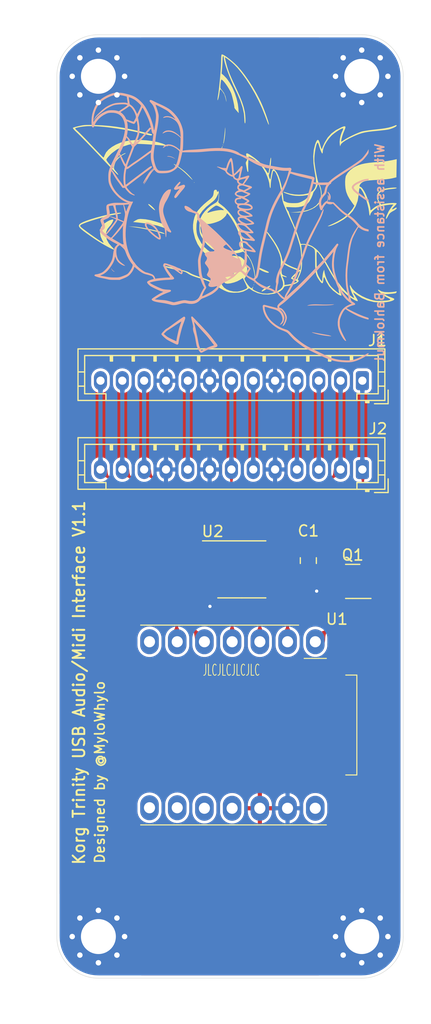
<source format=kicad_pcb>
(kicad_pcb (version 20211014) (generator pcbnew)
  (title_block (rev "1"))
  (layers (0 "F.Cu" signal "Front") (31 "B.Cu" signal "Back") (36 "B.SilkS" user "B.Silkscreen") (37 "F.SilkS" user "F.Silkscreen") (38 "B.Mask" user) (39 "F.Mask" user) (44 "Edge.Cuts" user))
  (net 0 "")
  (net 1 "GND")
  (net 2 "+3V3")
  (net 3 "MIDI")
  (net 4 "MIDO")
  (net 5 "PSW2")
  (net 6 "PSW1")
  (net 7 "PVOL")
  (net 8 "SD34")
  (net 9 "OFS")
  (net 10 "SD12")
  (net 11 "LR")
  (net 12 "BCK")
  (net 13 "MIDI_3V3")
  (net 14 "BCK_3V3")
  (net 15 "SD12_3V3")
  (net 16 "SD34_3V3")
  (net 17 "LR_3V3")
  (net 20 "MIDO_3V3")
  (footprint "MountingHole:MountingHole_3.2mm_M3_Pad_Via" (layer "F.Cu") (at 142.24 138.43)
    (fp_text reference "H1" hide)
    (fp_text value "MountingHole_Pad")
    (pad "1" thru_hole circle (at -2.4 0) (size 0.8 0.8) (drill 0.5) (layers *.Cu *.Mask) (net 1 "GND"))
    (pad "1" thru_hole circle (at -1.697056 -1.697056) (size 0.8 0.8) (drill 0.5) (layers *.Cu *.Mask) (net 1 "GND"))
    (pad "1" thru_hole circle (at 0 -2.4) (size 0.8 0.8) (drill 0.5) (layers *.Cu *.Mask) (net 1 "GND"))
    (pad "1" thru_hole circle (at 0 2.4) (size 0.8 0.8) (drill 0.5) (layers *.Cu *.Mask) (net 1 "GND"))
    (pad "1" thru_hole circle (at 2.4 0) (size 0.8 0.8) (drill 0.5) (layers *.Cu *.Mask) (net 1 "GND"))
    (pad "1" thru_hole circle (at 1.697056 1.697056) (size 0.8 0.8) (drill 0.5) (layers *.Cu *.Mask) (net 1 "GND"))
    (pad "1" thru_hole circle (at -1.697056 1.697056) (size 0.8 0.8) (drill 0.5) (layers *.Cu *.Mask) (net 1 "GND"))
    (pad "1" thru_hole circle (at 0 0) (size 6.4 6.4) (drill 3.2) (layers *.Cu *.Mask) (net 1 "GND"))
    (pad "1" thru_hole circle (at 1.697056 -1.697056) (size 0.8 0.8) (drill 0.5) (layers *.Cu *.Mask) (net 1 "GND"))
  )
  (footprint "MountingHole:MountingHole_3.2mm_M3_Pad_Via" (layer "F.Cu") (at 118.11 59.69)
    (fp_text reference "H2" hide)
    (fp_text value "MountingHole_Pad")
    (pad "1" thru_hole circle (at 1.697056 -1.697056) (size 0.8 0.8) (drill 0.5) (layers *.Cu *.Mask) (net 1 "GND"))
    (pad "1" thru_hole circle (at 2.4 0) (size 0.8 0.8) (drill 0.5) (layers *.Cu *.Mask) (net 1 "GND"))
    (pad "1" thru_hole circle (at 0 0) (size 6.4 6.4) (drill 3.2) (layers *.Cu *.Mask) (net 1 "GND"))
    (pad "1" thru_hole circle (at 0 -2.4) (size 0.8 0.8) (drill 0.5) (layers *.Cu *.Mask) (net 1 "GND"))
    (pad "1" thru_hole circle (at -1.697056 -1.697056) (size 0.8 0.8) (drill 0.5) (layers *.Cu *.Mask) (net 1 "GND"))
    (pad "1" thru_hole circle (at 1.697056 1.697056) (size 0.8 0.8) (drill 0.5) (layers *.Cu *.Mask) (net 1 "GND"))
    (pad "1" thru_hole circle (at 0 2.4) (size 0.8 0.8) (drill 0.5) (layers *.Cu *.Mask) (net 1 "GND"))
    (pad "1" thru_hole circle (at -2.4 0) (size 0.8 0.8) (drill 0.5) (layers *.Cu *.Mask) (net 1 "GND"))
    (pad "1" thru_hole circle (at -1.697056 1.697056) (size 0.8 0.8) (drill 0.5) (layers *.Cu *.Mask) (net 1 "GND"))
  )
  (footprint "MCU_RaspberryPi_and_Boards:Adafruit QT-Py RP2040-ThroughHole" (layer "F.Cu") (at 140.524 119.0665 -90)
    (fp_text reference "U1" (at -9.6901 0.5588 unlocked) (layer "F.SilkS"))
    (fp_text value "Adafruit_QT-Py_RP2040")
    (pad "1" thru_hole oval (at -7.621597 2.536006 270) (size 2.286 1.7) (drill 1.016) (layers *.Cu *.Mask) (net 13 "MIDI_3V3"))
    (pad "2" thru_hole oval (at -7.621597 5.076805 270) (size 2.286 1.7) (drill 1.016) (layers *.Cu *.Mask) (net 20 "MIDO_3V3"))
    (pad "3" thru_hole oval (at -7.621597 7.617603 270) (size 2.286 1.7) (drill 1.016) (layers *.Cu *.Mask) (net 16 "SD34_3V3"))
    (pad "4" thru_hole oval (at -7.621597 10.158402 270) (size 2.286 1.7) (drill 1.016) (layers *.Cu *.Mask) (net 15 "SD12_3V3"))
    (pad "5" thru_hole oval (at -7.621597 12.699201 270) (size 2.286 1.7) (drill 1.016) (layers *.Cu *.Mask) (net 17 "LR_3V3"))
    (pad "6" thru_hole oval (at -7.621597 15.19018 270) (size 2.286 1.7) (drill 1.016) (layers *.Cu *.Mask) (net 14 "BCK_3V3"))
    (pad "7" thru_hole oval (at -7.621597 17.730979 270) (size 2.286 1.7) (drill 1.016) (layers *.Cu *.Mask))
    (pad "8" thru_hole oval (at 7.573375 17.730979 270) (size 2.286 1.7) (drill 1.016) (layers *.Cu *.Mask))
    (pad "9" thru_hole oval (at 7.573375 15.19018 270) (size 2.286 1.7) (drill 1.016) (layers *.Cu *.Mask))
    (pad "10" thru_hole oval (at 7.62 12.7 270) (size 2.286 1.7) (drill 1.016) (layers *.Cu *.Mask))
    (pad "11" thru_hole oval (at 7.62 10.16 270) (size 2.286 1.7) (drill 1.016) (layers *.Cu *.Mask))
    (pad "12" thru_hole oval (at 7.62 7.62 270) (size 2.286 1.7) (drill 1.016) (layers *.Cu *.Mask) (net 2 "+3V3"))
    (pad "13" thru_hole oval (at 7.62 5.08 270) (size 2.286 1.7) (drill 1.016) (layers *.Cu *.Mask) (net 1 "GND"))
    (pad "14" thru_hole oval (at 7.62 2.54 270) (size 2.286 1.7) (drill 1.016) (layers *.Cu *.Mask))
  )
  (footprint "LOGO" (layer "F.Cu") (at 130.175 70.485 90)
    (fp_text reference "G***" hide)
    (fp_text value "LOGO" hide)
  )
  (footprint "Connector_JST:JST_PH_B13B-PH-K_1x13_P2.00mm_Vertical" (layer "F.Cu") (at 142.302 95.677 180)
    (fp_text reference "J2" (at -1.4224 3.725) (layer "F.SilkS"))
    (fp_text value "Conn_01x13_Male")
    (pad "1" thru_hole roundrect (at 0 0 180) (size 1.2 1.75) (drill 0.75) (layers *.Cu *.Mask) (roundrect_rratio 0.2083333333) (net 3 "MIDI"))
    (pad "2" thru_hole oval (at 2 0 180) (size 1.2 1.75) (drill 0.75) (layers *.Cu *.Mask) (net 4 "MIDO"))
    (pad "3" thru_hole oval (at 4 0 180) (size 1.2 1.75) (drill 0.75) (layers *.Cu *.Mask) (net 5 "PSW2"))
    (pad "4" thru_hole oval (at 6 0 180) (size 1.2 1.75) (drill 0.75) (layers *.Cu *.Mask) (net 6 "PSW1"))
    (pad "5" thru_hole oval (at 8 0 180) (size 1.2 1.75) (drill 0.75) (layers *.Cu *.Mask) (net 1 "GND"))
    (pad "6" thru_hole oval (at 10 0 180) (size 1.2 1.75) (drill 0.75) (layers *.Cu *.Mask) (net 7 "PVOL"))
    (pad "7" thru_hole oval (at 12 0 180) (size 1.2 1.75) (drill 0.75) (layers *.Cu *.Mask) (net 8 "SD34"))
    (pad "8" thru_hole oval (at 14 0 180) (size 1.2 1.75) (drill 0.75) (layers *.Cu *.Mask) (net 1 "GND"))
    (pad "9" thru_hole oval (at 16 0 180) (size 1.2 1.75) (drill 0.75) (layers *.Cu *.Mask) (net 9 "OFS"))
    (pad "10" thru_hole oval (at 18 0 180) (size 1.2 1.75) (drill 0.75) (layers *.Cu *.Mask) (net 1 "GND"))
    (pad "11" thru_hole oval (at 20 0 180) (size 1.2 1.75) (drill 0.75) (layers *.Cu *.Mask) (net 10 "SD12"))
    (pad "12" thru_hole oval (at 22 0 180) (size 1.2 1.75) (drill 0.75) (layers *.Cu *.Mask) (net 11 "LR"))
    (pad "13" thru_hole oval (at 24 0 180) (size 1.2 1.75) (drill 0.75) (layers *.Cu *.Mask) (net 12 "BCK"))
  )
  (footprint "Package_SO:TSSOP-14_4.4x5mm_P0.65mm" (layer "F.Cu") (at 131.253 104.821)
    (fp_text reference "U2" (at -2.667 -3.471) (layer "F.SilkS"))
    (fp_text value "MC74VHCT50A")
    (pad "1" smd roundrect (at -2.8625 -1.95) (size 1.475 0.4) (layers "F.Cu" "F.Paste" "F.Mask") (net 12 "BCK"))
    (pad "2" smd roundrect (at -2.8625 -1.3) (size 1.475 0.4) (layers "F.Cu" "F.Paste" "F.Mask") (net 14 "BCK_3V3"))
    (pad "3" smd roundrect (at -2.8625 -0.65) (size 1.475 0.4) (layers "F.Cu" "F.Paste" "F.Mask") (net 11 "LR"))
    (pad "4" smd roundrect (at -2.8625 0) (size 1.475 0.4) (layers "F.Cu" "F.Paste" "F.Mask") (net 17 "LR_3V3"))
    (pad "5" smd roundrect (at -2.8625 0.65) (size 1.475 0.4) (layers "F.Cu" "F.Paste" "F.Mask") (net 10 "SD12"))
    (pad "6" smd roundrect (at -2.8625 1.3) (size 1.475 0.4) (layers "F.Cu" "F.Paste" "F.Mask") (net 15 "SD12_3V3"))
    (pad "7" smd roundrect (at -2.8625 1.95) (size 1.475 0.4) (layers "F.Cu" "F.Paste" "F.Mask") (net 1 "GND"))
    (pad "8" smd roundrect (at 2.8625 1.95) (size 1.475 0.4) (layers "F.Cu" "F.Paste" "F.Mask") (net 16 "SD34_3V3"))
    (pad "9" smd roundrect (at 2.8625 1.3) (size 1.475 0.4) (layers "F.Cu" "F.Paste" "F.Mask") (net 8 "SD34"))
    (pad "10" smd roundrect (at 2.8625 0.65) (size 1.475 0.4) (layers "F.Cu" "F.Paste" "F.Mask") (net 20 "MIDO_3V3"))
    (pad "11" smd roundrect (at 2.8625 0) (size 1.475 0.4) (layers "F.Cu" "F.Paste" "F.Mask") (net 4 "MIDO"))
    (pad "12" smd roundrect (at 2.8625 -0.65) (size 1.475 0.4) (layers "F.Cu" "F.Paste" "F.Mask"))
    (pad "13" smd roundrect (at 2.8625 -1.3) (size 1.475 0.4) (layers "F.Cu" "F.Paste" "F.Mask"))
    (pad "14" smd roundrect (at 2.8625 -1.95) (size 1.475 0.4) (layers "F.Cu" "F.Paste" "F.Mask") (net 2 "+3V3"))
  )
  (footprint "MountingHole:MountingHole_3.2mm_M3_Pad_Via" (layer "F.Cu") (at 142.24 59.69)
    (fp_text reference "H3" hide)
    (fp_text value "MountingHole_Pad")
    (pad "1" thru_hole circle (at 0 -2.4) (size 0.8 0.8) (drill 0.5) (layers *.Cu *.Mask) (net 1 "GND"))
    (pad "1" thru_hole circle (at 0 0) (size 6.4 6.4) (drill 3.2) (layers *.Cu *.Mask) (net 1 "GND"))
    (pad "1" thru_hole circle (at 1.697056 1.697056) (size 0.8 0.8) (drill 0.5) (layers *.Cu *.Mask) (net 1 "GND"))
    (pad "1" thru_hole circle (at 2.4 0) (size 0.8 0.8) (drill 0.5) (layers *.Cu *.Mask) (net 1 "GND"))
    (pad "1" thru_hole circle (at -2.4 0) (size 0.8 0.8) (drill 0.5) (layers *.Cu *.Mask) (net 1 "GND"))
    (pad "1" thru_hole circle (at -1.697056 1.697056) (size 0.8 0.8) (drill 0.5) (layers *.Cu *.Mask) (net 1 "GND"))
    (pad "1" thru_hole circle (at -1.697056 -1.697056) (size 0.8 0.8) (drill 0.5) (layers *.Cu *.Mask) (net 1 "GND"))
    (pad "1" thru_hole circle (at 1.697056 -1.697056) (size 0.8 0.8) (drill 0.5) (layers *.Cu *.Mask) (net 1 "GND"))
    (pad "1" thru_hole circle (at 0 2.4) (size 0.8 0.8) (drill 0.5) (layers *.Cu *.Mask) (net 1 "GND"))
  )
  (footprint "Capacitor_SMD:C_0805_2012Metric_Pad1.18x1.45mm_HandSolder" (layer "F.Cu") (at 137.349 104.017 -90)
    (fp_text reference "C1" (at -2.7178 0) (layer "F.SilkS"))
    (fp_text value "100n")
    (pad "1" smd roundrect (at -1.0375 0 270) (size 1.175 1.45) (layers "F.Cu" "F.Paste" "F.Mask") (roundrect_rratio 0.2127659574) (net 2 "+3V3"))
    (pad "2" smd roundrect (at 1.0375 0 270) (size 1.175 1.45) (layers "F.Cu" "F.Paste" "F.Mask") (roundrect_rratio 0.2127659574) (net 1 "GND"))
  )
  (footprint "LOGO" (layer "F.Cu") (at 130.175 70.485 90)
    (fp_text reference "G***" hide)
    (fp_text value "LOGO" hide)
  )
  (footprint "Package_TO_SOT_SMD:SOT-23" (layer "F.Cu") (at 141.413 105.922 180)
    (fp_text reference "Q1" (at 0 2.413) (layer "F.SilkS"))
    (fp_text value "2N7002")
    (pad "1" smd roundrect (at -0.9375 -0.95 180) (size 1.475 0.6) (layers "F.Cu" "F.Paste" "F.Mask") (net 13 "MIDI_3V3"))
    (pad "2" smd roundrect (at -0.9375 0.95 180) (size 1.475 0.6) (layers "F.Cu" "F.Paste" "F.Mask") (net 3 "MIDI"))
    (pad "3" smd roundrect (at 0.9375 0 180) (size 1.475 0.6) (layers "F.Cu" "F.Paste" "F.Mask") (net 1 "GND"))
  )
  (footprint "MountingHole:MountingHole_3.2mm_M3_Pad_Via" (layer "F.Cu") (at 118.11 138.43)
    (fp_text reference "H4" hide)
    (fp_text value "MountingHole_Pad")
    (pad "1" thru_hole circle (at -1.697056 -1.697056) (size 0.8 0.8) (drill 0.5) (layers *.Cu *.Mask) (net 1 "GND"))
    (pad "1" thru_hole circle (at -2.4 0) (size 0.8 0.8) (drill 0.5) (layers *.Cu *.Mask) (net 1 "GND"))
    (pad "1" thru_hole circle (at 1.697056 -1.697056) (size 0.8 0.8) (drill 0.5) (layers *.Cu *.Mask) (net 1 "GND"))
    (pad "1" thru_hole circle (at 2.4 0) (size 0.8 0.8) (drill 0.5) (layers *.Cu *.Mask) (net 1 "GND"))
    (pad "1" thru_hole circle (at 0 -2.4) (size 0.8 0.8) (drill 0.5) (layers *.Cu *.Mask) (net 1 "GND"))
    (pad "1" thru_hole circle (at 0 2.4) (size 0.8 0.8) (drill 0.5) (layers *.Cu *.Mask) (net 1 "GND"))
    (pad "1" thru_hole circle (at 1.697056 1.697056) (size 0.8 0.8) (drill 0.5) (layers *.Cu *.Mask) (net 1 "GND"))
    (pad "1" thru_hole circle (at -1.697056 1.697056) (size 0.8 0.8) (drill 0.5) (layers *.Cu *.Mask) (net 1 "GND"))
    (pad "1" thru_hole circle (at 0 0) (size 6.4 6.4) (drill 3.2) (layers *.Cu *.Mask) (net 1 "GND"))
  )
  (footprint "Connector_JST:JST_PH_B13B-PH-K_1x13_P2.00mm_Vertical" (layer "F.Cu") (at 142.302 87.549 180)
    (fp_text reference "J1" (at -1.3716 3.6742) (layer "F.SilkS"))
    (fp_text value "Conn_01x13_Male")
    (pad "1" thru_hole roundrect (at 0 0 180) (size 1.2 1.75) (drill 0.75) (layers *.Cu *.Mask) (roundrect_rratio 0.2083333333) (net 3 "MIDI"))
    (pad "2" thru_hole oval (at 2 0 180) (size 1.2 1.75) (drill 0.75) (layers *.Cu *.Mask) (net 4 "MIDO"))
    (pad "3" thru_hole oval (at 4 0 180) (size 1.2 1.75) (drill 0.75) (layers *.Cu *.Mask) (net 5 "PSW2"))
    (pad "4" thru_hole oval (at 6 0 180) (size 1.2 1.75) (drill 0.75) (layers *.Cu *.Mask) (net 6 "PSW1"))
    (pad "5" thru_hole oval (at 8 0 180) (size 1.2 1.75) (drill 0.75) (layers *.Cu *.Mask) (net 1 "GND"))
    (pad "6" thru_hole oval (at 10 0 180) (size 1.2 1.75) (drill 0.75) (layers *.Cu *.Mask) (net 7 "PVOL"))
    (pad "7" thru_hole oval (at 12 0 180) (size 1.2 1.75) (drill 0.75) (layers *.Cu *.Mask) (net 8 "SD34"))
    (pad "8" thru_hole oval (at 14 0 180) (size 1.2 1.75) (drill 0.75) (layers *.Cu *.Mask) (net 1 "GND"))
    (pad "9" thru_hole oval (at 16 0 180) (size 1.2 1.75) (drill 0.75) (layers *.Cu *.Mask) (net 9 "OFS"))
    (pad "10" thru_hole oval (at 18 0 180) (size 1.2 1.75) (drill 0.75) (layers *.Cu *.Mask) (net 1 "GND"))
    (pad "11" thru_hole oval (at 20 0 180) (size 1.2 1.75) (drill 0.75) (layers *.Cu *.Mask) (net 10 "SD12"))
    (pad "12" thru_hole oval (at 22 0 180) (size 1.2 1.75) (drill 0.75) (layers *.Cu *.Mask) (net 11 "LR"))
    (pad "13" thru_hole oval (at 24 0 180) (size 1.2 1.75) (drill 0.75) (layers *.Cu *.Mask) (net 12 "BCK"))
  )
  (footprint "LOGO" (layer "B.Cu") (at 130.175 73.882016 -90)
    (fp_text reference "G***" hide)
    (fp_text value "LOGO" hide)
  )
  (gr_arc (start 142.24 55.88) (mid 144.934077 56.995923) (end 146.05 59.69) (layer "Edge.Cuts") (width 0.0381))
  (gr_line (start 142.24 142.24) (end 118.11 142.24) (layer "Edge.Cuts") (width 0.0381))
  (gr_arc (start 114.3 59.69) (mid 115.415923 56.995923) (end 118.11 55.88) (layer "Edge.Cuts") (width 0.0381))
  (gr_line (start 114.3 138.43) (end 114.3 59.69) (layer "Edge.Cuts") (width 0.0381))
  (gr_arc (start 118.11 142.24) (mid 115.415923 141.124077) (end 114.3 138.43) (layer "Edge.Cuts") (width 0.0381))
  (gr_line (start 118.11 55.88) (end 142.24 55.88) (layer "Edge.Cuts") (width 0.0381))
  (gr_line (start 146.05 59.69) (end 146.05 138.43) (layer "Edge.Cuts") (width 0.0381))
  (gr_arc (start 146.05 138.43) (mid 144.934077 141.124077) (end 142.24 142.24) (layer "Edge.Cuts") (width 0.0381))
  (gr_text "With assistance from Bahlokmul" (at 143.891 75.819 90) (layer "B.SilkS") (effects (font (size 0.8128 0.8128) (thickness 0.1524)) (justify mirror)))
  (gr_text "Korg Trinity USB Audio/Midi Interface V1.1" (at 116.332 131.953 90) (layer "F.SilkS") (effects (font (size 1.0668 1.016) (thickness 0.1778)) (justify left)))
  (gr_text "JLCJLCJLCJLC" (at 130.302 114.046) (layer "F.SilkS") (effects (font (size 1.016 0.508) (thickness 0.0762))))
  (gr_text "Designed by @MyloWhylo" (at 118.237 131.826 90) (layer "F.SilkS") (effects (font (size 0.889 0.889) (thickness 0.1524)) (justify left)))
  (segment (start 128.3905 106.771) (end 128.3905 108.1495) (width 0.2032) (layer "F.Cu") (net 1))
  (segment (start 137.349 105.0545) (end 137.349 106.049) (width 0.2032) (layer "F.Cu") (net 1))
  (segment (start 137.349 106.049) (end 138.111 106.811) (width 0.2032) (layer "F.Cu") (net 1))
  (segment (start 140.4755 105.922) (end 139 105.922) (width 0.2032) (layer "F.Cu") (net 1))
  (segment (start 128.3905 108.1495) (end 128.332 108.208) (width 0.2032) (layer "F.Cu") (net 1))
  (segment (start 139 105.922) (end 138.111 106.811) (width 0.2032) (layer "F.Cu") (net 1))
  (via (at 128.332 108.208) (size 0.6) (drill 0.3) (layers "F.Cu" "B.Cu") (net 1))
  (via (at 138.111 106.811) (size 0.6) (drill 0.3) (layers "F.Cu" "B.Cu") (net 1))
  (segment (start 124.302 87.549) (end 124.302 95.677) (width 0.381) (layer "B.Cu") (net 1))
  (segment (start 128.302 87.549) (end 128.302 95.677) (width 0.381) (layer "B.Cu") (net 1))
  (segment (start 134.302 87.549) (end 134.302 95.677) (width 0.381) (layer "B.Cu") (net 1))
  (segment (start 142.3505 104.972) (end 142.3505 95.7255) (width 0.2032) (layer "F.Cu") (net 3))
  (segment (start 142.302 87.549) (end 142.302 95.677) (width 0.381) (layer "B.Cu") (net 3))
  (segment (start 133.412 100.969) (end 135.01 100.969) (width 0.2032) (layer "F.Cu") (net 4))
  (segment (start 135.01 100.969) (end 140.302 95.677) (width 0.2032) (layer "F.Cu") (net 4))
  (segment (start 132.523 103.780711) (end 132.523 101.858) (width 0.2032) (layer "F.Cu") (net 4))
  (segment (start 133.563289 104.821) (end 132.523 103.780711) (width 0.2032) (layer "F.Cu") (net 4))
  (segment (start 132.523 101.858) (end 133.412 100.969) (width 0.2032) (layer "F.Cu") (net 4))
  (segment (start 140.302 87.549) (end 140.302 95.677) (width 0.381) (layer "B.Cu") (net 4))
  (segment (start 138.302 87.549) (end 138.302 95.677) (width 0.381) (layer "B.Cu") (net 5))
  (segment (start 136.302 87.549) (end 136.302 95.677) (width 0.381) (layer "B.Cu") (net 6))
  (segment (start 132.302 87.549) (end 132.302 95.677) (width 0.381) (layer "B.Cu") (net 7))
  (segment (start 133.563289 106.121) (end 131.634 104.191711) (width 0.2032) (layer "F.Cu") (net 8))
  (segment (start 131.634 104.191711) (end 131.634 101.223) (width 0.2032) (layer "F.Cu") (net 8))
  (segment (start 131.634 101.223) (end 130.302 99.891) (width 0.2032) (layer "F.Cu") (net 8))
  (segment (start 130.302 99.891) (end 130.302 95.677) (width 0.2032) (layer "F.Cu") (net 8))
  (segment (start 130.302 87.549) (end 130.302 95.677) (width 0.381) (layer "B.Cu") (net 8))
  (segment (start 126.302 87.549) (end 126.302 95.677) (width 0.381) (layer "B.Cu") (net 9))
  (segment (start 129.856 100.969) (end 127.594 100.969) (width 0.2032) (layer "F.Cu") (net 10))
  (segment (start 128.942711 105.471) (end 130.745 103.668711) (width 0.2032) (layer "F.Cu") (net 10))
  (segment (start 130.745 101.858) (end 129.856 100.969) (width 0.2032) (layer "F.Cu") (net 10))
  (segment (start 130.745 103.668711) (end 130.745 101.858) (width 0.2032) (layer "F.Cu") (net 10))
  (segment (start 127.594 100.969) (end 122.302 95.677) (width 0.2032) (layer "F.Cu") (net 10))
  (segment (start 122.302 87.549) (end 122.302 95.677) (width 0.381) (layer "B.Cu") (net 10))
  (segment (start 128.942711 104.171) (end 129.856 103.257711) (width 0.2032) (layer "F.Cu") (net 11))
  (segment (start 129.856 103.257711) (end 129.856 102.493) (width 0.2032) (layer "F.Cu") (net 11))
  (segment (start 129.221 101.858) (end 126.483 101.858) (width 0.2032) (layer "F.Cu") (net 11))
  (segment (start 129.856 102.493) (end 129.221 101.858) (width 0.2032) (layer "F.Cu") (net 11))
  (segment (start 126.483 101.858) (end 120.302 95.677) (width 0.2032) (layer "F.Cu") (net 11))
  (segment (start 120.302 87.549) (end 120.302 95.677) (width 0.381) (layer "B.Cu") (net 11))
  (segment (start 125.496 102.871) (end 118.302 95.677) (width 0.2032) (layer "F.Cu") (net 12))
  (segment (start 128.3905 102.871) (end 125.496 102.871) (width 0.2032) (layer "F.Cu") (net 12))
  (segment (start 118.302 87.549) (end 118.302 95.677) (width 0.381) (layer "B.Cu") (net 12))
  (segment (start 137.984 111.4465) (end 142.3505 107.08) (width 0.2032) (layer "F.Cu") (net 13))
  (segment (start 142.3505 107.08) (end 142.3505 106.872) (width 0.2032) (layer "F.Cu") (net 13))
  (segment (start 125.284 111.4465) (end 125.284 106.075289) (width 0.2032) (layer "F.Cu") (net 14))
  (segment (start 125.284 106.075289) (end 127.838289 103.521) (width 0.2032) (layer "F.Cu") (net 14))
  (segment (start 130.364 111.4465) (end 130.364 107.542289) (width 0.2032) (layer "F.Cu") (net 15))
  (segment (start 130.364 107.542289) (end 128.942711 106.121) (width 0.2032) (layer "F.Cu") (net 15))
  (segment (start 132.904 107.9825) (end 134.1155 106.771) (width 0.2032) (layer "F.Cu") (net 16))
  (segment (start 132.904 111.4465) (end 132.904 107.9825) (width 0.2032) (layer "F.Cu") (net 16))
  (segment (start 127.824 111.4465) (end 126.935 110.5575) (width 0.2032) (layer "F.Cu") (net 17))
  (segment (start 126.935 105.724289) (end 127.838289 104.821) (width 0.2032) (layer "F.Cu") (net 17))
  (segment (start 126.935 110.5575) (end 126.935 105.724289) (width 0.2032) (layer "F.Cu") (net 17))
  (segment (start 135.444 106.176) (end 134.739 105.471) (width 0.2032) (layer "F.Cu") (net 20))
  (segment (start 135.444 111.4465) (end 135.444 106.176) (width 0.2032) (layer "F.Cu") (net 20))
  (zone (net 0) (net_name "") (layer "F.Cu") (connect_pads (clearance 0)) (min_thickness 0.254)
    (keepout (tracks allowed) (vias allowed) (pads allowed) (copperpour not_allowed) (footprints allowed))
    (fill (thermal_gap 0.254) (thermal_bridge_width 0.254))
    (polygon (pts (xy 146.05 63.5) (arc (start 142.24 63.5) (mid 139.545923 62.384077) (end 138.43 59.69)) (xy 138.43 55.88) (xy 146.05 55.88) (xy 146.05 59.69)))
  )
  (zone (net 1) (net_name "GND") (layer "F.Cu") (priority 16962) (connect_pads yes (clearance 0)) (min_thickness 0.0254) (fill yes (thermal_gap 0.508) (thermal_bridge_width 0.508))
    (polygon (pts (xy 137.621966 106.465651) (xy 137.667907 106.514806) (xy 137.70322 106.559388) (xy 137.729774 106.600715) (xy 137.749442 106.640103) (xy 137.764094 106.678868) (xy 137.775602 106.718328) (xy 137.785836 106.7598) (xy 137.796669 106.8046) (xy 137.809971 106.854045) (xy 137.827615 106.909452) (xy 138.217066 106.917066) (xy 138.209452 106.527615) (xy 138.154045 106.509971) (xy 138.1046 106.496669) (xy 138.0598 106.485836) (xy 138.018328 106.475602) (xy 137.978868 106.464094) (xy 137.940103 106.449442) (xy 137.900715 106.429774) (xy 137.859388 106.40322) (xy 137.814806 106.367907) (xy 137.765651 106.321966)))
  )
  (zone (net 14) (net_name "BCK_3V3") (layer "F.Cu") (priority 16962) (connect_pads yes (clearance 0)) (min_thickness 0.0254) (fill yes (thermal_gap 0.508) (thermal_bridge_width 0.508))
    (polygon (pts (xy 125.1824 109.7565) (xy 125.171513 109.960809) (xy 125.140873 110.127995) (xy 125.093509 110.266319) (xy 125.032451 110.384043) (xy 124.960728 110.489428) (xy 124.881371 110.590736) (xy 124.797409 110.696228) (xy 124.711871 110.814166) (xy 124.627788 110.952812) (xy 124.54819 111.120428) (xy 125.35903 111.869154) (xy 126.075495 111.029671) (xy 125.97999 110.877488) (xy 125.883351 110.751724) (xy 125.788212 110.644543) (xy 125.697208 110.548112) (xy 125.612975 110.454594) (xy 125.538147 110.356156) (xy 125.47536 110.244963) (xy 125.42725 110.113178) (xy 125.396451 109.952969) (xy 125.3856 109.7565)))
  )
  (zone (net 4) (net_name "MIDO") (layer "F.Cu") (priority 16962) (connect_pads yes (clearance 0)) (min_thickness 0.0254) (fill yes (thermal_gap 0.508) (thermal_bridge_width 0.508))
    (polygon (pts (xy 139.532385 96.590299) (xy 139.636143 96.496384) (xy 139.73135 96.429088) (xy 139.820621 96.383367) (xy 139.906571 96.354178) (xy 139.991812 96.336477) (xy 140.07896 96.32522) (xy 140.17063 96.315365) (xy 140.269434 96.301867) (xy 140.377987 96.279683) (xy 140.498905 96.24377) (xy 140.514132 95.464868) (xy 139.73523 95.480095) (xy 139.699316 95.601012) (xy 139.677132 95.709565) (xy 139.663634 95.808369) (xy 139.653779 95.900039) (xy 139.642522 95.987187) (xy 139.624821 96.072428) (xy 139.595632 96.158378) (xy 139.549911 96.247649) (xy 139.482615 96.342856) (xy 139.388701 96.446615)))
  )
  (zone (net 8) (net_name "SD34") (layer "F.Cu") (priority 16962) (connect_pads yes (clearance 0)) (min_thickness 0.0254) (fill yes (thermal_gap 0.508) (thermal_bridge_width 0.508))
    (polygon (pts (xy 130.4036 96.867) (xy 130.41056 96.727224) (xy 130.430297 96.612317) (xy 130.461092 96.516863) (xy 130.501227 96.435447) (xy 130.548985 96.362655) (xy 130.602649 96.293073) (xy 130.6605 96.221284) (xy 130.72082 96.141874) (xy 130.781893 96.049429) (xy 130.842 95.938533) (xy 130.302 95.377) (xy 129.762 95.938533) (xy 129.822106 96.049429) (xy 129.883179 96.141874) (xy 129.943499 96.221284) (xy 130.00135 96.293073) (xy 130.055014 96.362655) (xy 130.102772 96.435447) (xy 130.142907 96.516863) (xy 130.173702 96.612317) (xy 130.193439 96.727224) (xy 130.2004 96.867)))
  )
  (zone (net 20) (net_name "MIDO_3V3") (layer "F.Cu") (priority 16962) (connect_pads yes (clearance 0)) (min_thickness 0.0254) (fill yes (thermal_gap 0.508) (thermal_bridge_width 0.508))
    (polygon (pts (xy 135.3424 109.7565) (xy 135.331519 109.957029) (xy 135.300774 110.120824) (xy 135.253006 110.255955) (xy 135.191058 110.370494) (xy 135.117774 110.472512) (xy 135.035994 110.570083) (xy 134.948564 110.671276) (xy 134.858324 110.784165) (xy 134.768118 110.91682) (xy 134.680789 111.077315) (xy 135.448814 111.869899) (xy 136.210777 111.071485) (xy 136.122426 110.911982) (xy 136.031415 110.780155) (xy 135.94056 110.667957) (xy 135.852679 110.567345) (xy 135.770588 110.470275) (xy 135.697105 110.368703) (xy 135.635047 110.254583) (xy 135.587232 110.119872) (xy 135.556477 109.956526) (xy 135.5456 109.7565)))
  )
  (zone (net 0) (net_name "") (layer "F.Cu") (connect_pads (clearance 0)) (min_thickness 0.254)
    (keepout (tracks allowed) (vias allowed) (pads allowed) (copperpour not_allowed) (footprints allowed))
    (fill (thermal_gap 0.254) (thermal_bridge_width 0.254))
    (polygon (pts (xy 121.92 55.88) (arc (start 121.92 59.69) (mid 120.804077 62.384077) (end 118.11 63.5)) (xy 114.3 63.5) (xy 114.3 55.88) (xy 118.11 55.88)))
  )
  (zone (net 2) (net_name "+3V3") (layer "F.Cu") (connect_pads (clearance 0.254)) (min_thickness 0.254) (fill yes (thermal_gap 0.254) (thermal_bridge_width 0.381))
    (polygon (pts (xy 148.336 52.832) (xy 148.336 146.431) (xy 110.236 144.399) (xy 109.093 52.705)))
  )
  (zone (net 0) (net_name "") (layer "F.Cu") (connect_pads (clearance 0)) (min_thickness 0.254)
    (keepout (tracks allowed) (vias allowed) (pads allowed) (copperpour not_allowed) (footprints allowed))
    (fill (thermal_gap 0.254) (thermal_bridge_width 0.254))
    (polygon (pts (xy 114.3 134.62) (arc (start 118.11 134.62) (mid 120.804077 135.735923) (end 121.92 138.43)) (xy 121.92 142.24) (xy 114.3 142.24) (xy 114.3 138.43)))
  )
  (zone (net 1) (net_name "GND") (layer "F.Cu") (priority 16962) (connect_pads yes (clearance 0)) (min_thickness 0.0254) (fill yes (thermal_gap 0.508) (thermal_bridge_width 0.508))
    (polygon (pts (xy 128.2889 107.6095) (xy 128.286574 107.673134) (xy 128.279756 107.726686) (xy 128.268685 107.772121) (xy 128.2536 107.811399) (xy 128.234741 107.846486) (xy 128.212346 107.879343) (xy 128.186654 107.911935) (xy 128.157905 107.946224) (xy 128.126337 107.984174) (xy 128.09219 108.027748) (xy 128.303152 108.355199) (xy 128.622108 108.131601) (xy 128.604337 108.070587) (xy 128.586257 108.018336) (xy 128.568381 107.972293) (xy 128.551224 107.929908) (xy 128.535297 107.888628) (xy 128.521115 107.845902) (xy 128.509191 107.799178) (xy 128.500038 107.745904) (xy 128.49417 107.683529) (xy 128.4921 107.6095)))
  )
  (zone (net 0) (net_name "") (layer "F.Cu") (connect_pads (clearance 0)) (min_thickness 0.254)
    (keepout (tracks allowed) (vias allowed) (pads allowed) (copperpour not_allowed) (footprints allowed))
    (fill (thermal_gap 0.254) (thermal_bridge_width 0.254))
    (polygon (pts (xy 138.43 142.24) (arc (start 138.43 138.43) (mid 139.545923 135.735923) (end 142.24 134.62)) (xy 146.05 134.62) (xy 146.05 142.24) (xy 142.24 142.24)))
  )
  (zone (net 10) (net_name "SD12") (layer "F.Cu") (priority 16962) (connect_pads yes (clearance 0)) (min_thickness 0.0254) (fill yes (thermal_gap 0.508) (thermal_bridge_width 0.508))
    (polygon (pts (xy 123.215299 96.446615) (xy 123.121384 96.342856) (xy 123.054088 96.247649) (xy 123.008367 96.158378) (xy 122.979178 96.072428) (xy 122.961477 95.987187) (xy 122.95022 95.900039) (xy 122.940365 95.808369) (xy 122.926867 95.709565) (xy 122.904683 95.601012) (xy 122.86877 95.480095) (xy 122.089868 95.464868) (xy 122.105095 96.24377) (xy 122.226012 96.279683) (xy 122.334565 96.301867) (xy 122.433369 96.315365) (xy 122.525039 96.32522) (xy 122.612187 96.336477) (xy 122.697428 96.354178) (xy 122.783378 96.383367) (xy 122.872649 96.429088) (xy 122.967856 96.496384) (xy 123.071615 96.590299)))
  )
  (zone (net 13) (net_name "MIDI_3V3") (layer "F.Cu") (priority 16962) (connect_pads yes (clearance 0)) (min_thickness 0.0254) (fill yes (thermal_gap 0.508) (thermal_bridge_width 0.508))
    (polygon (pts (xy 139.107167 110.179649) (xy 138.957965 110.313449) (xy 138.820648 110.407242) (xy 138.691528 110.468738) (xy 138.566917 110.505647) (xy 138.443127 110.52568) (xy 138.31647 110.536546) (xy 138.183259 110.545956) (xy 138.039805 110.561619) (xy 137.88242 110.591245) (xy 137.707418 110.642546) (xy 137.688084 111.746032) (xy 138.791482 111.722223) (xy 138.842026 111.54721) (xy 138.871039 111.389835) (xy 138.886211 111.24641) (xy 138.895233 111.113249) (xy 138.905795 110.986664) (xy 138.925586 110.862968) (xy 138.962297 110.738474) (xy 139.023618 110.609495) (xy 139.117239 110.472344) (xy 139.250851 110.323333)))
  )
  (zone (net 12) (net_name "BCK") (layer "F.Cu") (priority 16962) (connect_pads yes (clearance 0)) (min_thickness 0.0254) (fill yes (thermal_gap 0.508) (thermal_bridge_width 0.508))
    (polygon (pts (xy 119.215299 96.446615) (xy 119.121384 96.342856) (xy 119.054088 96.247649) (xy 119.008367 96.158378) (xy 118.979178 96.072428) (xy 118.961477 95.987187) (xy 118.95022 95.900039) (xy 118.940365 95.808369) (xy 118.926867 95.709565) (xy 118.904683 95.601012) (xy 118.86877 95.480095) (xy 118.089868 95.464868) (xy 118.105095 96.24377) (xy 118.226012 96.279683) (xy 118.334565 96.301867) (xy 118.433369 96.315365) (xy 118.525039 96.32522) (xy 118.612187 96.336477) (xy 118.697428 96.354178) (xy 118.783378 96.383367) (xy 118.872649 96.429088) (xy 118.967856 96.496384) (xy 119.071615 96.590299)))
  )
  (zone (net 1) (net_name "GND") (layer "F.Cu") (priority 16962) (connect_pads yes (clearance 0)) (min_thickness 0.0254) (fill yes (thermal_gap 0.508) (thermal_bridge_width 0.508))
    (polygon (pts (xy 138.456349 106.321966) (xy 138.407193 106.367907) (xy 138.362611 106.40322) (xy 138.321284 106.429774) (xy 138.281896 106.449442) (xy 138.243131 106.464094) (xy 138.203671 106.475602) (xy 138.162199 106.485836) (xy 138.117399 106.496669) (xy 138.067954 106.509971) (xy 138.012548 106.527615) (xy 138.004934 106.917066) (xy 138.394385 106.909452) (xy 138.412028 106.854045) (xy 138.42533 106.8046) (xy 138.436163 106.7598) (xy 138.446397 106.718328) (xy 138.457905 106.678868) (xy 138.472557 106.640103) (xy 138.492225 106.600715) (xy 138.518779 106.559388) (xy 138.554092 106.514806) (xy 138.600034 106.465651)))
  )
  (zone (net 16) (net_name "SD34_3V3") (layer "F.Cu") (priority 16962) (connect_pads yes (clearance 0)) (min_thickness 0.0254) (fill yes (thermal_gap 0.508) (thermal_bridge_width 0.508))
    (polygon (pts (xy 132.8024 109.7565) (xy 132.79152 109.956966) (xy 132.760773 110.120705) (xy 132.712999 110.255783) (xy 132.651037 110.370269) (xy 132.577728 110.472232) (xy 132.495909 110.56974) (xy 132.408422 110.67086) (xy 132.318105 110.783663) (xy 132.227798 110.916215) (xy 132.140341 111.076586) (xy 132.907612 111.869901) (xy 133.670334 111.072211) (xy 133.58211 110.912584) (xy 133.491199 110.780653) (xy 133.400421 110.66837) (xy 133.312595 110.567685) (xy 133.230543 110.470553) (xy 133.157084 110.368925) (xy 133.09504 110.254753) (xy 133.047231 110.11999) (xy 133.016478 109.956588) (xy 133.0056 109.7565)))
  )
  (zone (net 3) (net_name "MIDI") (layer "F.Cu") (priority 16962) (connect_pads yes (clearance 0)) (min_thickness 0.0254) (fill yes (thermal_gap 0.508) (thermal_bridge_width 0.508))
    (polygon (pts (xy 142.4521 96.8755) (xy 142.458991 96.730594) (xy 142.47842 96.611122) (xy 142.508523 96.511443) (xy 142.547433 96.425915) (xy 142.593284 96.3489) (xy 142.64421 96.274754) (xy 142.698347 96.197838) (xy 142.753828 96.112511) (xy 142.808787 96.013133) (xy 142.86136 95.894062) (xy 142.277769 95.377981) (xy 141.784889 95.981295) (xy 141.852485 96.085525) (xy 141.919434 96.172571) (xy 141.984211 96.247643) (xy 142.045294 96.31595) (xy 142.10116 96.382703) (xy 142.150284 96.453112) (xy 142.191143 96.532386) (xy 142.222214 96.625735) (xy 142.241974 96.73837) (xy 142.2489 96.8755)))
  )
  (zone (net 11) (net_name "LR") (layer "F.Cu") (priority 16962) (connect_pads yes (clearance 0)) (min_thickness 0.0254) (fill yes (thermal_gap 0.508) (thermal_bridge_width 0.508))
    (polygon (pts (xy 121.215299 96.446615) (xy 121.121384 96.342856) (xy 121.054088 96.247649) (xy 121.008367 96.158378) (xy 120.979178 96.072428) (xy 120.961477 95.987187) (xy 120.95022 95.900039) (xy 120.940365 95.808369) (xy 120.926867 95.709565) (xy 120.904683 95.601012) (xy 120.86877 95.480095) (xy 120.089868 95.464868) (xy 120.105095 96.24377) (xy 120.226012 96.279683) (xy 120.334565 96.301867) (xy 120.433369 96.315365) (xy 120.525039 96.32522) (xy 120.612187 96.336477) (xy 120.697428 96.354178) (xy 120.783378 96.383367) (xy 120.872649 96.429088) (xy 120.967856 96.496384) (xy 121.071615 96.590299)))
  )
  (zone (net 17) (net_name "LR_3V3") (layer "F.Cu") (priority 16962) (connect_pads yes (clearance 0)) (min_thickness 0.0254) (fill yes (thermal_gap 0.508) (thermal_bridge_width 0.508))
    (polygon (pts (xy 126.8334 110.114736) (xy 126.837359 110.298499) (xy 126.848105 110.452989) (xy 126.863942 110.584954) (xy 126.883172 110.701143) (xy 126.904099 110.808305) (xy 126.925026 110.913188) (xy 126.944256 111.022541) (xy 126.960093 111.143112) (xy 126.970839 111.281649) (xy 126.974799 111.444903) (xy 128.125925 111.744816) (xy 128.102126 110.641418) (xy 127.951285 110.60095) (xy 127.800091 110.577694) (xy 127.652368 110.564178) (xy 127.511938 110.552931) (xy 127.382624 110.536483) (xy 127.26825 110.507362) (xy 127.172637 110.458098) (xy 127.099609 110.381219) (xy 127.052989 110.269255) (xy 127.0366 110.114736)))
  )
  (zone (net 15) (net_name "SD12_3V3") (layer "F.Cu") (priority 16962) (connect_pads yes (clearance 0)) (min_thickness 0.0254) (fill yes (thermal_gap 0.508) (thermal_bridge_width 0.508))
    (polygon (pts (xy 130.2624 109.7565) (xy 130.25152 109.956903) (xy 130.220772 110.120585) (xy 130.172992 110.255611) (xy 130.111017 110.370045) (xy 130.037682 110.471951) (xy 129.955825 110.569396) (xy 129.868281 110.670444) (xy 129.777887 110.78316) (xy 129.687479 110.915609) (xy 129.599894 111.075856) (xy 130.366408 111.869902) (xy 131.12989 111.07294) (xy 131.041794 110.913189) (xy 130.950983 110.781154) (xy 130.860281 110.668784) (xy 130.772511 110.568027) (xy 130.690498 110.470832) (xy 130.617064 110.369149) (xy 130.555034 110.254925) (xy 130.507231 110.120109) (xy 130.476478 109.956651) (xy 130.4656 109.7565)))
  )
  (zone (net 10) (net_name "SD12") (layer "B.Cu") (priority 16962) (connect_pads yes (clearance 0)) (min_thickness 0.0254) (fill yes (thermal_gap 0.508) (thermal_bridge_width 0.508))
    (polygon (pts (xy 122.1115 94.487) (xy 122.106696 94.623245) (xy 122.092867 94.737459) (xy 122.070885 94.834287) (xy 122.041622 94.918373) (xy 122.00595 94.994363) (xy 121.964743 95.066903) (xy 121.918872 95.140638) (xy 121.869209 95.220214) (xy 121.816628 95.310275) (xy 121.762 95.415467) (xy 122.302 95.977) (xy 122.842 95.415467) (xy 122.787371 95.310275) (xy 122.73479 95.220214) (xy 122.685127 95.140638) (xy 122.639256 95.066903) (xy 122.598049 94.994363) (xy 122.562377 94.918373) (xy 122.533114 94.834287) (xy 122.511132 94.737459) (xy 122.497303 94.623245) (xy 122.4925 94.487)))
  )
  (zone (net 7) (net_name "PVOL") (layer "B.Cu") (priority 16962) (connect_pads yes (clearance 0)) (min_thickness 0.0254) (fill yes (thermal_gap 0.508) (thermal_bridge_width 0.508))
    (polygon (pts (xy 132.4925 88.739) (xy 132.497303 88.602754) (xy 132.511132 88.48854) (xy 132.533114 88.391712) (xy 132.562377 88.307626) (xy 132.598049 88.231636) (xy 132.639256 88.159096) (xy 132.685127 88.085361) (xy 132.73479 88.005785) (xy 132.787371 87.915724) (xy 132.842 87.810533) (xy 132.302 87.249) (xy 131.762 87.810533) (xy 131.816628 87.915724) (xy 131.869209 88.005785) (xy 131.918872 88.085361) (xy 131.964743 88.159096) (xy 132.00595 88.231636) (xy 132.041622 88.307626) (xy 132.070885 88.391712) (xy 132.092867 88.48854) (xy 132.106696 88.602754) (xy 132.1115 88.739)))
  )
  (zone (net 5) (net_name "PSW2") (layer "B.Cu") (priority 16962) (connect_pads yes (clearance 0)) (min_thickness 0.0254) (fill yes (thermal_gap 0.508) (thermal_bridge_width 0.508))
    (polygon (pts (xy 138.4925 88.739) (xy 138.497303 88.602754) (xy 138.511132 88.48854) (xy 138.533114 88.391712) (xy 138.562377 88.307626) (xy 138.598049 88.231636) (xy 138.639256 88.159096) (xy 138.685127 88.085361) (xy 138.73479 88.005785) (xy 138.787371 87.915724) (xy 138.842 87.810533) (xy 138.302 87.249) (xy 137.762 87.810533) (xy 137.816628 87.915724) (xy 137.869209 88.005785) (xy 137.918872 88.085361) (xy 137.964743 88.159096) (xy 138.00595 88.231636) (xy 138.041622 88.307626) (xy 138.070885 88.391712) (xy 138.092867 88.48854) (xy 138.106696 88.602754) (xy 138.1115 88.739)))
  )
  (zone (net 7) (net_name "PVOL") (layer "B.Cu") (priority 16962) (connect_pads yes (clearance 0)) (min_thickness 0.0254) (fill yes (thermal_gap 0.508) (thermal_bridge_width 0.508))
    (polygon (pts (xy 132.1115 94.487) (xy 132.106696 94.623245) (xy 132.092867 94.737459) (xy 132.070885 94.834287) (xy 132.041622 94.918373) (xy 132.00595 94.994363) (xy 131.964743 95.066903) (xy 131.918872 95.140638) (xy 131.869209 95.220214) (xy 131.816628 95.310275) (xy 131.762 95.415467) (xy 132.302 95.977) (xy 132.842 95.415467) (xy 132.787371 95.310275) (xy 132.73479 95.220214) (xy 132.685127 95.140638) (xy 132.639256 95.066903) (xy 132.598049 94.994363) (xy 132.562377 94.918373) (xy 132.533114 94.834287) (xy 132.511132 94.737459) (xy 132.497303 94.623245) (xy 132.4925 94.487)))
  )
  (zone (net 11) (net_name "LR") (layer "B.Cu") (priority 16962) (connect_pads yes (clearance 0)) (min_thickness 0.0254) (fill yes (thermal_gap 0.508) (thermal_bridge_width 0.508))
    (polygon (pts (xy 120.1115 94.487) (xy 120.106696 94.623245) (xy 120.092867 94.737459) (xy 120.070885 94.834287) (xy 120.041622 94.918373) (xy 120.00595 94.994363) (xy 119.964743 95.066903) (xy 119.918872 95.140638) (xy 119.869209 95.220214) (xy 119.816628 95.310275) (xy 119.762 95.415467) (xy 120.302 95.977) (xy 120.842 95.415467) (xy 120.787371 95.310275) (xy 120.73479 95.220214) (xy 120.685127 95.140638) (xy 120.639256 95.066903) (xy 120.598049 94.994363) (xy 120.562377 94.918373) (xy 120.533114 94.834287) (xy 120.511132 94.737459) (xy 120.497303 94.623245) (xy 120.4925 94.487)))
  )
  (zone (net 1) (net_name "GND") (layer "B.Cu") (priority 16962) (connect_pads yes (clearance 0)) (min_thickness 0.0254) (fill yes (thermal_gap 0.508) (thermal_bridge_width 0.508))
    (polygon (pts (xy 124.4925 88.739) (xy 124.497303 88.602754) (xy 124.511132 88.48854) (xy 124.533114 88.391712) (xy 124.562377 88.307626) (xy 124.598049 88.231636) (xy 124.639256 88.159096) (xy 124.685127 88.085361) (xy 124.73479 88.005785) (xy 124.787371 87.915724) (xy 124.842 87.810533) (xy 124.302 87.249) (xy 123.762 87.810533) (xy 123.816628 87.915724) (xy 123.869209 88.005785) (xy 123.918872 88.085361) (xy 123.964743 88.159096) (xy 124.00595 88.231636) (xy 124.041622 88.307626) (xy 124.070885 88.391712) (xy 124.092867 88.48854) (xy 124.106696 88.602754) (xy 124.1115 88.739)))
  )
  (zone (net 1) (net_name "GND") (layer "B.Cu") (connect_pads (clearance 0.254)) (min_thickness 0.254) (fill yes (thermal_gap 0.254) (thermal_bridge_width 0.381))
    (polygon (pts (xy 148.59 146.304) (xy 110.49 144.653) (xy 109.601 53.213) (xy 148.082 53.086)))
  )
  (zone (net 4) (net_name "MIDO") (layer "B.Cu") (priority 16962) (connect_pads yes (clearance 0)) (min_thickness 0.0254) (fill yes (thermal_gap 0.508) (thermal_bridge_width 0.508))
    (polygon (pts (xy 140.4925 88.739) (xy 140.497303 88.602754) (xy 140.511132 88.48854) (xy 140.533114 88.391712) (xy 140.562377 88.307626) (xy 140.598049 88.231636) (xy 140.639256 88.159096) (xy 140.685127 88.085361) (xy 140.73479 88.005785) (xy 140.787371 87.915724) (xy 140.842 87.810533) (xy 140.302 87.249) (xy 139.762 87.810533) (xy 139.816628 87.915724) (xy 139.869209 88.005785) (xy 139.918872 88.085361) (xy 139.964743 88.159096) (xy 140.00595 88.231636) (xy 140.041622 88.307626) (xy 140.070885 88.391712) (xy 140.092867 88.48854) (xy 140.106696 88.602754) (xy 140.1115 88.739)))
  )
  (zone (net 4) (net_name "MIDO") (layer "B.Cu") (priority 16962) (connect_pads yes (clearance 0)) (min_thickness 0.0254) (fill yes (thermal_gap 0.508) (thermal_bridge_width 0.508))
    (polygon (pts (xy 140.1115 94.487) (xy 140.106696 94.623245) (xy 140.092867 94.737459) (xy 140.070885 94.834287) (xy 140.041622 94.918373) (xy 140.00595 94.994363) (xy 139.964743 95.066903) (xy 139.918872 95.140638) (xy 139.869209 95.220214) (xy 139.816628 95.310275) (xy 139.762 95.415467) (xy 140.302 95.977) (xy 140.842 95.415467) (xy 140.787371 95.310275) (xy 140.73479 95.220214) (xy 140.685127 95.140638) (xy 140.639256 95.066903) (xy 140.598049 94.994363) (xy 140.562377 94.918373) (xy 140.533114 94.834287) (xy 140.511132 94.737459) (xy 140.497303 94.623245) (xy 140.4925 94.487)))
  )
  (zone (net 9) (net_name "OFS") (layer "B.Cu") (priority 16962) (connect_pads yes (clearance 0)) (min_thickness 0.0254) (fill yes (thermal_gap 0.508) (thermal_bridge_width 0.508))
    (polygon (pts (xy 126.1115 94.487) (xy 126.106696 94.623245) (xy 126.092867 94.737459) (xy 126.070885 94.834287) (xy 126.041622 94.918373) (xy 126.00595 94.994363) (xy 125.964743 95.066903) (xy 125.918872 95.140638) (xy 125.869209 95.220214) (xy 125.816628 95.310275) (xy 125.762 95.415467) (xy 126.302 95.977) (xy 126.842 95.415467) (xy 126.787371 95.310275) (xy 126.73479 95.220214) (xy 126.685127 95.140638) (xy 126.639256 95.066903) (xy 126.598049 94.994363) (xy 126.562377 94.918373) (xy 126.533114 94.834287) (xy 126.511132 94.737459) (xy 126.497303 94.623245) (xy 126.4925 94.487)))
  )
  (zone (net 1) (net_name "GND") (layer "B.Cu") (priority 16962) (connect_pads yes (clearance 0)) (min_thickness 0.0254) (fill yes (thermal_gap 0.508) (thermal_bridge_width 0.508))
    (polygon (pts (xy 128.4925 88.739) (xy 128.497303 88.602754) (xy 128.511132 88.48854) (xy 128.533114 88.391712) (xy 128.562377 88.307626) (xy 128.598049 88.231636) (xy 128.639256 88.159096) (xy 128.685127 88.085361) (xy 128.73479 88.005785) (xy 128.787371 87.915724) (xy 128.842 87.810533) (xy 128.302 87.249) (xy 127.762 87.810533) (xy 127.816628 87.915724) (xy 127.869209 88.005785) (xy 127.918872 88.085361) (xy 127.964743 88.159096) (xy 128.00595 88.231636) (xy 128.041622 88.307626) (xy 128.070885 88.391712) (xy 128.092867 88.48854) (xy 128.106696 88.602754) (xy 128.1115 88.739)))
  )
  (zone (net 1) (net_name "GND") (layer "B.Cu") (priority 16962) (connect_pads yes (clearance 0)) (min_thickness 0.0254) (fill yes (thermal_gap 0.508) (thermal_bridge_width 0.508))
    (polygon (pts (xy 128.1115 94.487) (xy 128.106696 94.623245) (xy 128.092867 94.737459) (xy 128.070885 94.834287) (xy 128.041622 94.918373) (xy 128.00595 94.994363) (xy 127.964743 95.066903) (xy 127.918872 95.140638) (xy 127.869209 95.220214) (xy 127.816628 95.310275) (xy 127.762 95.415467) (xy 128.302 95.977) (xy 128.842 95.415467) (xy 128.787371 95.310275) (xy 128.73479 95.220214) (xy 128.685127 95.140638) (xy 128.639256 95.066903) (xy 128.598049 94.994363) (xy 128.562377 94.918373) (xy 128.533114 94.834287) (xy 128.511132 94.737459) (xy 128.497303 94.623245) (xy 128.4925 94.487)))
  )
  (zone (net 9) (net_name "OFS") (layer "B.Cu") (priority 16962) (connect_pads yes (clearance 0)) (min_thickness 0.0254) (fill yes (thermal_gap 0.508) (thermal_bridge_width 0.508))
    (polygon (pts (xy 126.4925 88.739) (xy 126.497303 88.602754) (xy 126.511132 88.48854) (xy 126.533114 88.391712) (xy 126.562377 88.307626) (xy 126.598049 88.231636) (xy 126.639256 88.159096) (xy 126.685127 88.085361) (xy 126.73479 88.005785) (xy 126.787371 87.915724) (xy 126.842 87.810533) (xy 126.302 87.249) (xy 125.762 87.810533) (xy 125.816628 87.915724) (xy 125.869209 88.005785) (xy 125.918872 88.085361) (xy 125.964743 88.159096) (xy 126.00595 88.231636) (xy 126.041622 88.307626) (xy 126.070885 88.391712) (xy 126.092867 88.48854) (xy 126.106696 88.602754) (xy 126.1115 88.739)))
  )
  (zone (net 1) (net_name "GND") (layer "B.Cu") (priority 16962) (connect_pads yes (clearance 0)) (min_thickness 0.0254) (fill yes (thermal_gap 0.508) (thermal_bridge_width 0.508))
    (polygon (pts (xy 134.1115 94.487) (xy 134.106696 94.623245) (xy 134.092867 94.737459) (xy 134.070885 94.834287) (xy 134.041622 94.918373) (xy 134.00595 94.994363) (xy 133.964743 95.066903) (xy 133.918872 95.140638) (xy 133.869209 95.220214) (xy 133.816628 95.310275) (xy 133.762 95.415467) (xy 134.302 95.977) (xy 134.842 95.415467) (xy 134.787371 95.310275) (xy 134.73479 95.220214) (xy 134.685127 95.140638) (xy 134.639256 95.066903) (xy 134.598049 94.994363) (xy 134.562377 94.918373) (xy 134.533114 94.834287) (xy 134.511132 94.737459) (xy 134.497303 94.623245) (xy 134.4925 94.487)))
  )
  (zone (net 6) (net_name "PSW1") (layer "B.Cu") (priority 16962) (connect_pads yes (clearance 0)) (min_thickness 0.0254) (fill yes (thermal_gap 0.508) (thermal_bridge_width 0.508))
    (polygon (pts (xy 136.4925 88.739) (xy 136.497303 88.602754) (xy 136.511132 88.48854) (xy 136.533114 88.391712) (xy 136.562377 88.307626) (xy 136.598049 88.231636) (xy 136.639256 88.159096) (xy 136.685127 88.085361) (xy 136.73479 88.005785) (xy 136.787371 87.915724) (xy 136.842 87.810533) (xy 136.302 87.249) (xy 135.762 87.810533) (xy 135.816628 87.915724) (xy 135.869209 88.005785) (xy 135.918872 88.085361) (xy 135.964743 88.159096) (xy 136.00595 88.231636) (xy 136.041622 88.307626) (xy 136.070885 88.391712) (xy 136.092867 88.48854) (xy 136.106696 88.602754) (xy 136.1115 88.739)))
  )
  (zone (net 8) (net_name "SD34") (layer "B.Cu") (priority 16962) (connect_pads yes (clearance 0)) (min_thickness 0.0254) (fill yes (thermal_gap 0.508) (thermal_bridge_width 0.508))
    (polygon (pts (xy 130.4925 88.739) (xy 130.497303 88.602754) (xy 130.511132 88.48854) (xy 130.533114 88.391712) (xy 130.562377 88.307626) (xy 130.598049 88.231636) (xy 130.639256 88.159096) (xy 130.685127 88.085361) (xy 130.73479 88.005785) (xy 130.787371 87.915724) (xy 130.842 87.810533) (xy 130.302 87.249) (xy 129.762 87.810533) (xy 129.816628 87.915724) (xy 129.869209 88.005785) (xy 129.918872 88.085361) (xy 129.964743 88.159096) (xy 130.00595 88.231636) (xy 130.041622 88.307626) (xy 130.070885 88.391712) (xy 130.092867 88.48854) (xy 130.106696 88.602754) (xy 130.1115 88.739)))
  )
  (zone (net 1) (net_name "GND") (layer "B.Cu") (priority 16962) (connect_pads yes (clearance 0)) (min_thickness 0.0254) (fill yes (thermal_gap 0.508) (thermal_bridge_width 0.508))
    (polygon (pts (xy 134.4925 88.739) (xy 134.497303 88.602754) (xy 134.511132 88.48854) (xy 134.533114 88.391712) (xy 134.562377 88.307626) (xy 134.598049 88.231636) (xy 134.639256 88.159096) (xy 134.685127 88.085361) (xy 134.73479 88.005785) (xy 134.787371 87.915724) (xy 134.842 87.810533) (xy 134.302 87.249) (xy 133.762 87.810533) (xy 133.816628 87.915724) (xy 133.869209 88.005785) (xy 133.918872 88.085361) (xy 133.964743 88.159096) (xy 134.00595 88.231636) (xy 134.041622 88.307626) (xy 134.070885 88.391712) (xy 134.092867 88.48854) (xy 134.106696 88.602754) (xy 134.1115 88.739)))
  )
  (zone (net 6) (net_name "PSW1") (layer "B.Cu") (priority 16962) (connect_pads yes (clearance 0)) (min_thickness 0.0254) (fill yes (thermal_gap 0.508) (thermal_bridge_width 0.508))
    (polygon (pts (xy 136.1115 94.487) (xy 136.106696 94.623245) (xy 136.092867 94.737459) (xy 136.070885 94.834287) (xy 136.041622 94.918373) (xy 136.00595 94.994363) (xy 135.964743 95.066903) (xy 135.918872 95.140638) (xy 135.869209 95.220214) (xy 135.816628 95.310275) (xy 135.762 95.415467) (xy 136.302 95.977) (xy 136.842 95.415467) (xy 136.787371 95.310275) (xy 136.73479 95.220214) (xy 136.685127 95.140638) (xy 136.639256 95.066903) (xy 136.598049 94.994363) (xy 136.562377 94.918373) (xy 136.533114 94.834287) (xy 136.511132 94.737459) (xy 136.497303 94.623245) (xy 136.4925 94.487)))
  )
  (zone (net 1) (net_name "GND") (layer "B.Cu") (priority 16962) (connect_pads yes (clearance 0)) (min_thickness 0.0254) (fill yes (thermal_gap 0.508) (thermal_bridge_width 0.508))
    (polygon (pts (xy 124.1115 94.487) (xy 124.106696 94.623245) (xy 124.092867 94.737459) (xy 124.070885 94.834287) (xy 124.041622 94.918373) (xy 124.00595 94.994363) (xy 123.964743 95.066903) (xy 123.918872 95.140638) (xy 123.869209 95.220214) (xy 123.816628 95.310275) (xy 123.762 95.415467) (xy 124.302 95.977) (xy 124.842 95.415467) (xy 124.787371 95.310275) (xy 124.73479 95.220214) (xy 124.685127 95.140638) (xy 124.639256 95.066903) (xy 124.598049 94.994363) (xy 124.562377 94.918373) (xy 124.533114 94.834287) (xy 124.511132 94.737459) (xy 124.497303 94.623245) (xy 124.4925 94.487)))
  )
  (zone (net 3) (net_name "MIDI") (layer "B.Cu") (priority 16962) (connect_pads yes (clearance 0)) (min_thickness 0.0254) (fill yes (thermal_gap 0.508) (thermal_bridge_width 0.508))
    (polygon (pts (xy 142.4925 88.739) (xy 142.497303 88.602754) (xy 142.511132 88.48854) (xy 142.533114 88.391712) (xy 142.562377 88.307626) (xy 142.598049 88.231636) (xy 142.639256 88.159096) (xy 142.685127 88.085361) (xy 142.73479 88.005785) (xy 142.787371 87.915724) (xy 142.842 87.810533) (xy 142.302 87.249) (xy 141.762 87.810533) (xy 141.816628 87.915724) (xy 141.869209 88.005785) (xy 141.918872 88.085361) (xy 141.964743 88.159096) (xy 142.00595 88.231636) (xy 142.041622 88.307626) (xy 142.070885 88.391712) (xy 142.092867 88.48854) (xy 142.106696 88.602754) (xy 142.1115 88.739)))
  )
  (zone (net 12) (net_name "BCK") (layer "B.Cu") (priority 16962) (connect_pads yes (clearance 0)) (min_thickness 0.0254) (fill yes (thermal_gap 0.508) (thermal_bridge_width 0.508))
    (polygon (pts (xy 118.1115 94.487) (xy 118.106696 94.623245) (xy 118.092867 94.737459) (xy 118.070885 94.834287) (xy 118.041622 94.918373) (xy 118.00595 94.994363) (xy 117.964743 95.066903) (xy 117.918872 95.140638) (xy 117.869209 95.220214) (xy 117.816628 95.310275) (xy 117.762 95.415467) (xy 118.302 95.977) (xy 118.842 95.415467) (xy 118.787371 95.310275) (xy 118.73479 95.220214) (xy 118.685127 95.140638) (xy 118.639256 95.066903) (xy 118.598049 94.994363) (xy 118.562377 94.918373) (xy 118.533114 94.834287) (xy 118.511132 94.737459) (xy 118.497303 94.623245) (xy 118.4925 94.487)))
  )
  (zone (net 8) (net_name "SD34") (layer "B.Cu") (priority 16962) (connect_pads yes (clearance 0)) (min_thickness 0.0254) (fill yes (thermal_gap 0.508) (thermal_bridge_width 0.508))
    (polygon (pts (xy 130.1115 94.487) (xy 130.106696 94.623245) (xy 130.092867 94.737459) (xy 130.070885 94.834287) (xy 130.041622 94.918373) (xy 130.00595 94.994363) (xy 129.964743 95.066903) (xy 129.918872 95.140638) (xy 129.869209 95.220214) (xy 129.816628 95.310275) (xy 129.762 95.415467) (xy 130.302 95.977) (xy 130.842 95.415467) (xy 130.787371 95.310275) (xy 130.73479 95.220214) (xy 130.685127 95.140638) (xy 130.639256 95.066903) (xy 130.598049 94.994363) (xy 130.562377 94.918373) (xy 130.533114 94.834287) (xy 130.511132 94.737459) (xy 130.497303 94.623245) (xy 130.4925 94.487)))
  )
  (zone (net 10) (net_name "SD12") (layer "B.Cu") (priority 16962) (connect_pads yes (clearance 0)) (min_thickness 0.0254) (fill yes (thermal_gap 0.508) (thermal_bridge_width 0.508))
    (polygon (pts (xy 122.4925 88.739) (xy 122.497303 88.602754) (xy 122.511132 88.48854) (xy 122.533114 88.391712) (xy 122.562377 88.307626) (xy 122.598049 88.231636) (xy 122.639256 88.159096) (xy 122.685127 88.085361) (xy 122.73479 88.005785) (xy 122.787371 87.915724) (xy 122.842 87.810533) (xy 122.302 87.249) (xy 121.762 87.810533) (xy 121.816628 87.915724) (xy 121.869209 88.005785) (xy 121.918872 88.085361) (xy 121.964743 88.159096) (xy 122.00595 88.231636) (xy 122.041622 88.307626) (xy 122.070885 88.391712) (xy 122.092867 88.48854) (xy 122.106696 88.602754) (xy 122.1115 88.739)))
  )
  (zone (net 3) (net_name "MIDI") (layer "B.Cu") (priority 16962) (connect_pads yes (clearance 0)) (min_thickness 0.0254) (fill yes (thermal_gap 0.508) (thermal_bridge_width 0.508))
    (polygon (pts (xy 142.1115 94.487) (xy 142.106696 94.623245) (xy 142.092867 94.737459) (xy 142.070885 94.834287) (xy 142.041622 94.918373) (xy 142.00595 94.994363) (xy 141.964743 95.066903) (xy 141.918872 95.140638) (xy 141.869209 95.220214) (xy 141.816628 95.310275) (xy 141.762 95.415467) (xy 142.302 95.977) (xy 142.842 95.415467) (xy 142.787371 95.310275) (xy 142.73479 95.220214) (xy 142.685127 95.140638) (xy 142.639256 95.066903) (xy 142.598049 94.994363) (xy 142.562377 94.918373) (xy 142.533114 94.834287) (xy 142.511132 94.737459) (xy 142.497303 94.623245) (xy 142.4925 94.487)))
  )
  (zone (net 12) (net_name "BCK") (layer "B.Cu") (priority 16962) (connect_pads yes (clearance 0)) (min_thickness 0.0254) (fill yes (thermal_gap 0.508) (thermal_bridge_width 0.508))
    (polygon (pts (xy 118.4925 88.739) (xy 118.497303 88.602754) (xy 118.511132 88.48854) (xy 118.533114 88.391712) (xy 118.562377 88.307626) (xy 118.598049 88.231636) (xy 118.639256 88.159096) (xy 118.685127 88.085361) (xy 118.73479 88.005785) (xy 118.787371 87.915724) (xy 118.842 87.810533) (xy 118.302 87.249) (xy 117.762 87.810533) (xy 117.816628 87.915724) (xy 117.869209 88.005785) (xy 117.918872 88.085361) (xy 117.964743 88.159096) (xy 118.00595 88.231636) (xy 118.041622 88.307626) (xy 118.070885 88.391712) (xy 118.092867 88.48854) (xy 118.106696 88.602754) (xy 118.1115 88.739)))
  )
  (zone (net 11) (net_name "LR") (layer "B.Cu") (priority 16962) (connect_pads yes (clearance 0)) (min_thickness 0.0254) (fill yes (thermal_gap 0.508) (thermal_bridge_width 0.508))
    (polygon (pts (xy 120.4925 88.739) (xy 120.497303 88.602754) (xy 120.511132 88.48854) (xy 120.533114 88.391712) (xy 120.562377 88.307626) (xy 120.598049 88.231636) (xy 120.639256 88.159096) (xy 120.685127 88.085361) (xy 120.73479 88.005785) (xy 120.787371 87.915724) (xy 120.842 87.810533) (xy 120.302 87.249) (xy 119.762 87.810533) (xy 119.816628 87.915724) (xy 119.869209 88.005785) (xy 119.918872 88.085361) (xy 119.964743 88.159096) (xy 120.00595 88.231636) (xy 120.041622 88.307626) (xy 120.070885 88.391712) (xy 120.092867 88.48854) (xy 120.106696 88.602754) (xy 120.1115 88.739)))
  )
  (zone (net 5) (net_name "PSW2") (layer "B.Cu") (priority 16962) (connect_pads yes (clearance 0)) (min_thickness 0.0254) (fill yes (thermal_gap 0.508) (thermal_bridge_width 0.508))
    (polygon (pts (xy 138.1115 94.487) (xy 138.106696 94.623245) (xy 138.092867 94.737459) (xy 138.070885 94.834287) (xy 138.041622 94.918373) (xy 138.00595 94.994363) (xy 137.964743 95.066903) (xy 137.918872 95.140638) (xy 137.869209 95.220214) (xy 137.816628 95.310275) (xy 137.762 95.415467) (xy 138.302 95.977) (xy 138.842 95.415467) (xy 138.787371 95.310275) (xy 138.73479 95.220214) (xy 138.685127 95.140638) (xy 138.639256 95.066903) (xy 138.598049 94.994363) (xy 138.562377 94.918373) (xy 138.533114 94.834287) (xy 138.511132 94.737459) (xy 138.497303 94.623245) (xy 138.4925 94.487)))
  )
)
</source>
